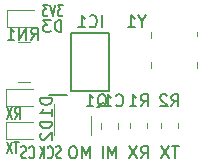
<source format=gbr>
%TF.GenerationSoftware,KiCad,Pcbnew,(6.0.5-0)*%
%TF.CreationDate,2022-08-13T19:22:48-07:00*%
%TF.ProjectId,max3100-uart-adpt,6d617833-3130-4302-9d75-6172742d6164,P1.1*%
%TF.SameCoordinates,PX6b4f310PY74ffa90*%
%TF.FileFunction,Legend,Bot*%
%TF.FilePolarity,Positive*%
%FSLAX46Y46*%
G04 Gerber Fmt 4.6, Leading zero omitted, Abs format (unit mm)*
G04 Created by KiCad (PCBNEW (6.0.5-0)) date 2022-08-13 19:22:48*
%MOMM*%
%LPD*%
G01*
G04 APERTURE LIST*
%ADD10C,0.120000*%
%ADD11C,0.150000*%
%ADD12C,0.100000*%
%ADD13C,0.200000*%
G04 APERTURE END LIST*
D10*
X59978000Y39182000D02*
X59978000Y38682000D01*
X59978000Y41682000D02*
X59978000Y41382000D01*
X56078000Y41182000D02*
X56078000Y41682000D01*
X56078000Y38682000D02*
X56078000Y39182000D01*
D11*
X45794666Y31124858D02*
X45828000Y31077239D01*
X45928000Y31029620D01*
X45994666Y31029620D01*
X46094666Y31077239D01*
X46161333Y31172477D01*
X46194666Y31267715D01*
X46228000Y31458191D01*
X46228000Y31601048D01*
X46194666Y31791524D01*
X46161333Y31886762D01*
X46094666Y31982000D01*
X45994666Y32029620D01*
X45928000Y32029620D01*
X45828000Y31982000D01*
X45794666Y31934381D01*
X45528000Y31077239D02*
X45428000Y31029620D01*
X45261333Y31029620D01*
X45194666Y31077239D01*
X45161333Y31124858D01*
X45128000Y31220096D01*
X45128000Y31315334D01*
X45161333Y31410572D01*
X45194666Y31458191D01*
X45261333Y31505810D01*
X45394666Y31553429D01*
X45461333Y31601048D01*
X45494666Y31648667D01*
X45528000Y31743905D01*
X45528000Y31839143D01*
X45494666Y31934381D01*
X45461333Y31982000D01*
X45394666Y32029620D01*
X45228000Y32029620D01*
X45128000Y31982000D01*
X48644666Y44029620D02*
X48211333Y44029620D01*
X48444666Y43648667D01*
X48344666Y43648667D01*
X48278000Y43601048D01*
X48244666Y43553429D01*
X48211333Y43458191D01*
X48211333Y43220096D01*
X48244666Y43124858D01*
X48278000Y43077239D01*
X48344666Y43029620D01*
X48544666Y43029620D01*
X48611333Y43077239D01*
X48644666Y43124858D01*
X48011333Y44029620D02*
X47778000Y43029620D01*
X47544666Y44029620D01*
X47378000Y44029620D02*
X46944666Y44029620D01*
X47178000Y43648667D01*
X47078000Y43648667D01*
X47011333Y43601048D01*
X46978000Y43553429D01*
X46944666Y43458191D01*
X46944666Y43220096D01*
X46978000Y43124858D01*
X47011333Y43077239D01*
X47078000Y43029620D01*
X47278000Y43029620D01*
X47344666Y43077239D01*
X47378000Y43124858D01*
X44594666Y34329620D02*
X44828000Y34805810D01*
X44994666Y34329620D02*
X44994666Y35329620D01*
X44728000Y35329620D01*
X44661333Y35282000D01*
X44628000Y35234381D01*
X44594666Y35139143D01*
X44594666Y34996286D01*
X44628000Y34901048D01*
X44661333Y34853429D01*
X44728000Y34805810D01*
X44994666Y34805810D01*
X44361333Y35329620D02*
X43894666Y34329620D01*
X43894666Y35329620D02*
X44361333Y34329620D01*
X44911333Y32429620D02*
X44511333Y32429620D01*
X44711333Y31429620D02*
X44711333Y32429620D01*
X44344666Y32429620D02*
X43878000Y31429620D01*
X43878000Y32429620D02*
X44344666Y31429620D01*
X48478000Y31077239D02*
X48378000Y31029620D01*
X48211333Y31029620D01*
X48144666Y31077239D01*
X48111333Y31124858D01*
X48078000Y31220096D01*
X48078000Y31315334D01*
X48111333Y31410572D01*
X48144666Y31458191D01*
X48211333Y31505810D01*
X48344666Y31553429D01*
X48411333Y31601048D01*
X48444666Y31648667D01*
X48478000Y31743905D01*
X48478000Y31839143D01*
X48444666Y31934381D01*
X48411333Y31982000D01*
X48344666Y32029620D01*
X48178000Y32029620D01*
X48078000Y31982000D01*
X47378000Y31124858D02*
X47411333Y31077239D01*
X47511333Y31029620D01*
X47578000Y31029620D01*
X47678000Y31077239D01*
X47744666Y31172477D01*
X47778000Y31267715D01*
X47811333Y31458191D01*
X47811333Y31601048D01*
X47778000Y31791524D01*
X47744666Y31886762D01*
X47678000Y31982000D01*
X47578000Y32029620D01*
X47511333Y32029620D01*
X47411333Y31982000D01*
X47378000Y31934381D01*
X47078000Y31029620D02*
X47078000Y32029620D01*
X46678000Y31029620D02*
X46978000Y31601048D01*
X46678000Y32029620D02*
X47078000Y31458191D01*
X50935142Y31029620D02*
X50935142Y32029620D01*
X50601809Y31315334D01*
X50268476Y32029620D01*
X50268476Y31029620D01*
X49601809Y32029620D02*
X49411333Y32029620D01*
X49316095Y31982000D01*
X49220857Y31886762D01*
X49173238Y31696286D01*
X49173238Y31362953D01*
X49220857Y31172477D01*
X49316095Y31077239D01*
X49411333Y31029620D01*
X49601809Y31029620D01*
X49697047Y31077239D01*
X49792285Y31172477D01*
X49839904Y31362953D01*
X49839904Y31696286D01*
X49792285Y31886762D01*
X49697047Y31982000D01*
X49601809Y32029620D01*
X53149428Y31029620D02*
X53149428Y32029620D01*
X52816095Y31315334D01*
X52482761Y32029620D01*
X52482761Y31029620D01*
X52006571Y31029620D02*
X52006571Y32029620D01*
X55244666Y31029620D02*
X55578000Y31505810D01*
X55816095Y31029620D02*
X55816095Y32029620D01*
X55435142Y32029620D01*
X55339904Y31982000D01*
X55292285Y31934381D01*
X55244666Y31839143D01*
X55244666Y31696286D01*
X55292285Y31601048D01*
X55339904Y31553429D01*
X55435142Y31505810D01*
X55816095Y31505810D01*
X54911333Y32029620D02*
X54244666Y31029620D01*
X54244666Y32029620D02*
X54911333Y31029620D01*
X58439904Y32029620D02*
X57868476Y32029620D01*
X58154190Y31029620D02*
X58154190Y32029620D01*
X57630380Y32029620D02*
X56963714Y31029620D01*
X56963714Y32029620D02*
X57630380Y31029620D01*
%TO.C,Q1*%
X51573238Y35334381D02*
X51668476Y35382000D01*
X51763714Y35477239D01*
X51906571Y35620096D01*
X52001809Y35667715D01*
X52097047Y35667715D01*
X52049428Y35429620D02*
X52144666Y35477239D01*
X52239904Y35572477D01*
X52287523Y35762953D01*
X52287523Y36096286D01*
X52239904Y36286762D01*
X52144666Y36382000D01*
X52049428Y36429620D01*
X51858952Y36429620D01*
X51763714Y36382000D01*
X51668476Y36286762D01*
X51620857Y36096286D01*
X51620857Y35762953D01*
X51668476Y35572477D01*
X51763714Y35477239D01*
X51858952Y35429620D01*
X52049428Y35429620D01*
X50668476Y35429620D02*
X51239904Y35429620D01*
X50954190Y35429620D02*
X50954190Y36429620D01*
X51049428Y36286762D01*
X51144666Y36191524D01*
X51239904Y36143905D01*
%TO.C,R2*%
X57844666Y35429620D02*
X58178000Y35905810D01*
X58416095Y35429620D02*
X58416095Y36429620D01*
X58035142Y36429620D01*
X57939904Y36382000D01*
X57892285Y36334381D01*
X57844666Y36239143D01*
X57844666Y36096286D01*
X57892285Y36001048D01*
X57939904Y35953429D01*
X58035142Y35905810D01*
X58416095Y35905810D01*
X57463714Y36334381D02*
X57416095Y36382000D01*
X57320857Y36429620D01*
X57082761Y36429620D01*
X56987523Y36382000D01*
X56939904Y36334381D01*
X56892285Y36239143D01*
X56892285Y36143905D01*
X56939904Y36001048D01*
X57511333Y35429620D01*
X56892285Y35429620D01*
%TO.C,R1*%
X55244666Y35429620D02*
X55578000Y35905810D01*
X55816095Y35429620D02*
X55816095Y36429620D01*
X55435142Y36429620D01*
X55339904Y36382000D01*
X55292285Y36334381D01*
X55244666Y36239143D01*
X55244666Y36096286D01*
X55292285Y36001048D01*
X55339904Y35953429D01*
X55435142Y35905810D01*
X55816095Y35905810D01*
X54292285Y35429620D02*
X54863714Y35429620D01*
X54578000Y35429620D02*
X54578000Y36429620D01*
X54673238Y36286762D01*
X54768476Y36191524D01*
X54863714Y36143905D01*
%TO.C,Y1*%
X55354190Y42605810D02*
X55354190Y42129620D01*
X55687523Y43129620D02*
X55354190Y42605810D01*
X55020857Y43129620D01*
X54163714Y42129620D02*
X54735142Y42129620D01*
X54449428Y42129620D02*
X54449428Y43129620D01*
X54544666Y42986762D01*
X54639904Y42891524D01*
X54735142Y42843905D01*
%TO.C,RN1*%
X45968476Y41029620D02*
X46301809Y41505810D01*
X46539904Y41029620D02*
X46539904Y42029620D01*
X46158952Y42029620D01*
X46063714Y41982000D01*
X46016095Y41934381D01*
X45968476Y41839143D01*
X45968476Y41696286D01*
X46016095Y41601048D01*
X46063714Y41553429D01*
X46158952Y41505810D01*
X46539904Y41505810D01*
X45539904Y41029620D02*
X45539904Y42029620D01*
X44968476Y41029620D01*
X44968476Y42029620D01*
X43968476Y41029620D02*
X44539904Y41029620D01*
X44254190Y41029620D02*
X44254190Y42029620D01*
X44349428Y41886762D01*
X44444666Y41791524D01*
X44539904Y41743905D01*
%TO.C,IC1*%
X51954190Y42129620D02*
X51954190Y43129620D01*
X50906571Y42224858D02*
X50954190Y42177239D01*
X51097047Y42129620D01*
X51192285Y42129620D01*
X51335142Y42177239D01*
X51430380Y42272477D01*
X51478000Y42367715D01*
X51525619Y42558191D01*
X51525619Y42701048D01*
X51478000Y42891524D01*
X51430380Y42986762D01*
X51335142Y43082000D01*
X51192285Y43129620D01*
X51097047Y43129620D01*
X50954190Y43082000D01*
X50906571Y43034381D01*
X49954190Y42129620D02*
X50525619Y42129620D01*
X50239904Y42129620D02*
X50239904Y43129620D01*
X50335142Y42986762D01*
X50430380Y42891524D01*
X50525619Y42843905D01*
%TO.C,D3*%
X48516095Y41729620D02*
X48516095Y42729620D01*
X48278000Y42729620D01*
X48135142Y42682000D01*
X48039904Y42586762D01*
X47992285Y42491524D01*
X47944666Y42301048D01*
X47944666Y42158191D01*
X47992285Y41967715D01*
X48039904Y41872477D01*
X48135142Y41777239D01*
X48278000Y41729620D01*
X48516095Y41729620D01*
X47611333Y42729620D02*
X46992285Y42729620D01*
X47325619Y42348667D01*
X47182761Y42348667D01*
X47087523Y42301048D01*
X47039904Y42253429D01*
X46992285Y42158191D01*
X46992285Y41920096D01*
X47039904Y41824858D01*
X47087523Y41777239D01*
X47182761Y41729620D01*
X47468476Y41729620D01*
X47563714Y41777239D01*
X47611333Y41824858D01*
%TO.C,D2*%
X47730380Y34120096D02*
X46730380Y34120096D01*
X46730380Y33882000D01*
X46778000Y33739143D01*
X46873238Y33643905D01*
X46968476Y33596286D01*
X47158952Y33548667D01*
X47301809Y33548667D01*
X47492285Y33596286D01*
X47587523Y33643905D01*
X47682761Y33739143D01*
X47730380Y33882000D01*
X47730380Y34120096D01*
X46825619Y33167715D02*
X46778000Y33120096D01*
X46730380Y33024858D01*
X46730380Y32786762D01*
X46778000Y32691524D01*
X46825619Y32643905D01*
X46920857Y32596286D01*
X47016095Y32596286D01*
X47158952Y32643905D01*
X47730380Y33215334D01*
X47730380Y32596286D01*
%TO.C,D1*%
X47730380Y36120096D02*
X46730380Y36120096D01*
X46730380Y35882000D01*
X46778000Y35739143D01*
X46873238Y35643905D01*
X46968476Y35596286D01*
X47158952Y35548667D01*
X47301809Y35548667D01*
X47492285Y35596286D01*
X47587523Y35643905D01*
X47682761Y35739143D01*
X47730380Y35882000D01*
X47730380Y36120096D01*
X47730380Y34596286D02*
X47730380Y35167715D01*
X47730380Y34882000D02*
X46730380Y34882000D01*
X46873238Y34977239D01*
X46968476Y35072477D01*
X47016095Y35167715D01*
%TO.C,C1*%
X53144666Y35524858D02*
X53192285Y35477239D01*
X53335142Y35429620D01*
X53430380Y35429620D01*
X53573238Y35477239D01*
X53668476Y35572477D01*
X53716095Y35667715D01*
X53763714Y35858191D01*
X53763714Y36001048D01*
X53716095Y36191524D01*
X53668476Y36286762D01*
X53573238Y36382000D01*
X53430380Y36429620D01*
X53335142Y36429620D01*
X53192285Y36382000D01*
X53144666Y36334381D01*
X52192285Y35429620D02*
X52763714Y35429620D01*
X52478000Y35429620D02*
X52478000Y36429620D01*
X52573238Y36286762D01*
X52668476Y36191524D01*
X52763714Y36143905D01*
D10*
%TO.C,Q1*%
X51038000Y33782000D02*
X51038000Y34582000D01*
X47918000Y33782000D02*
X47918000Y32982000D01*
X51038000Y33782000D02*
X51038000Y32982000D01*
X47918000Y33782000D02*
X47918000Y35582000D01*
%TO.C,R2*%
X58413000Y33554936D02*
X58413000Y34009064D01*
X56943000Y33554936D02*
X56943000Y34009064D01*
%TO.C,R1*%
X54343000Y34009064D02*
X54343000Y33554936D01*
X55813000Y34009064D02*
X55813000Y33554936D01*
D12*
%TO.C,Y1*%
X57978000Y36382000D02*
G75*
G03*
X57978000Y36482000I0J50000D01*
G01*
X57978000Y36482000D02*
G75*
G03*
X57978000Y36382000I0J-50000D01*
G01*
X57978000Y36482000D02*
X57978000Y36482000D01*
X57978000Y36382000D02*
X57978000Y36382000D01*
D10*
%TO.C,RN1*%
X44878000Y40862000D02*
X45878000Y40862000D01*
X44878000Y37502000D02*
X45878000Y37502000D01*
D13*
%TO.C,IC1*%
X49378000Y36737000D02*
X52578000Y36737000D01*
X52578000Y36737000D02*
X52578000Y41627000D01*
X52578000Y41627000D02*
X49378000Y41627000D01*
X49378000Y41627000D02*
X49378000Y36737000D01*
X47478000Y36392000D02*
X49028000Y36392000D01*
D10*
%TO.C,D3*%
X46178000Y42147000D02*
X43893000Y42147000D01*
X43893000Y42147000D02*
X43893000Y43617000D01*
X43893000Y43617000D02*
X46178000Y43617000D01*
%TO.C,D2*%
X43793000Y34117000D02*
X46078000Y34117000D01*
X43793000Y32647000D02*
X43793000Y34117000D01*
X46078000Y32647000D02*
X43793000Y32647000D01*
%TO.C,D1*%
X46078000Y35447000D02*
X43793000Y35447000D01*
X43793000Y35447000D02*
X43793000Y36917000D01*
X43793000Y36917000D02*
X46078000Y36917000D01*
%TO.C,C1*%
X51843000Y34043252D02*
X51843000Y33520748D01*
X53313000Y34043252D02*
X53313000Y33520748D01*
%TD*%
M02*

</source>
